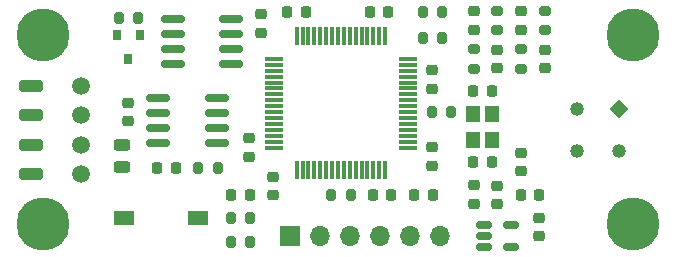
<source format=gbr>
%TF.GenerationSoftware,KiCad,Pcbnew,6.0.6-3a73a75311~116~ubuntu20.04.1*%
%TF.CreationDate,2022-07-05T10:29:56+02:00*%
%TF.ProjectId,Temperature_Tire_Sensor,54656d70-6572-4617-9475-72655f546972,rev?*%
%TF.SameCoordinates,Original*%
%TF.FileFunction,Soldermask,Top*%
%TF.FilePolarity,Negative*%
%FSLAX46Y46*%
G04 Gerber Fmt 4.6, Leading zero omitted, Abs format (unit mm)*
G04 Created by KiCad (PCBNEW 6.0.6-3a73a75311~116~ubuntu20.04.1) date 2022-07-05 10:29:56*
%MOMM*%
%LPD*%
G01*
G04 APERTURE LIST*
G04 Aperture macros list*
%AMRoundRect*
0 Rectangle with rounded corners*
0 $1 Rounding radius*
0 $2 $3 $4 $5 $6 $7 $8 $9 X,Y pos of 4 corners*
0 Add a 4 corners polygon primitive as box body*
4,1,4,$2,$3,$4,$5,$6,$7,$8,$9,$2,$3,0*
0 Add four circle primitives for the rounded corners*
1,1,$1+$1,$2,$3*
1,1,$1+$1,$4,$5*
1,1,$1+$1,$6,$7*
1,1,$1+$1,$8,$9*
0 Add four rect primitives between the rounded corners*
20,1,$1+$1,$2,$3,$4,$5,0*
20,1,$1+$1,$4,$5,$6,$7,0*
20,1,$1+$1,$6,$7,$8,$9,0*
20,1,$1+$1,$8,$9,$2,$3,0*%
%AMRotRect*
0 Rectangle, with rotation*
0 The origin of the aperture is its center*
0 $1 length*
0 $2 width*
0 $3 Rotation angle, in degrees counterclockwise*
0 Add horizontal line*
21,1,$1,$2,0,0,$3*%
G04 Aperture macros list end*
%ADD10RoundRect,0.225000X0.250000X-0.225000X0.250000X0.225000X-0.250000X0.225000X-0.250000X-0.225000X0*%
%ADD11C,1.500000*%
%ADD12RoundRect,0.150000X-0.825000X-0.150000X0.825000X-0.150000X0.825000X0.150000X-0.825000X0.150000X0*%
%ADD13RoundRect,0.225000X0.225000X0.250000X-0.225000X0.250000X-0.225000X-0.250000X0.225000X-0.250000X0*%
%ADD14RoundRect,0.225000X-0.225000X-0.250000X0.225000X-0.250000X0.225000X0.250000X-0.225000X0.250000X0*%
%ADD15RoundRect,0.075000X0.700000X0.075000X-0.700000X0.075000X-0.700000X-0.075000X0.700000X-0.075000X0*%
%ADD16RoundRect,0.075000X0.075000X0.700000X-0.075000X0.700000X-0.075000X-0.700000X0.075000X-0.700000X0*%
%ADD17RoundRect,0.200000X0.200000X0.275000X-0.200000X0.275000X-0.200000X-0.275000X0.200000X-0.275000X0*%
%ADD18RoundRect,0.150000X-0.512500X-0.150000X0.512500X-0.150000X0.512500X0.150000X-0.512500X0.150000X0*%
%ADD19RoundRect,0.225000X-0.250000X0.225000X-0.250000X-0.225000X0.250000X-0.225000X0.250000X0.225000X0*%
%ADD20RoundRect,0.200000X0.275000X-0.200000X0.275000X0.200000X-0.275000X0.200000X-0.275000X-0.200000X0*%
%ADD21C,4.500000*%
%ADD22RoundRect,0.218750X0.256250X-0.218750X0.256250X0.218750X-0.256250X0.218750X-0.256250X-0.218750X0*%
%ADD23R,1.750000X1.200000*%
%ADD24RoundRect,0.218750X-0.256250X0.218750X-0.256250X-0.218750X0.256250X-0.218750X0.256250X0.218750X0*%
%ADD25RoundRect,0.250000X0.750000X-0.250000X0.750000X0.250000X-0.750000X0.250000X-0.750000X-0.250000X0*%
%ADD26RoundRect,0.200000X-0.200000X-0.275000X0.200000X-0.275000X0.200000X0.275000X-0.200000X0.275000X0*%
%ADD27RoundRect,0.150000X0.825000X0.150000X-0.825000X0.150000X-0.825000X-0.150000X0.825000X-0.150000X0*%
%ADD28RoundRect,0.218750X0.218750X0.256250X-0.218750X0.256250X-0.218750X-0.256250X0.218750X-0.256250X0*%
%ADD29RoundRect,0.243750X0.456250X-0.243750X0.456250X0.243750X-0.456250X0.243750X-0.456250X-0.243750X0*%
%ADD30R,0.800000X0.900000*%
%ADD31RotRect,1.192000X1.192000X45.000000*%
%ADD32C,1.192000*%
%ADD33R,1.700000X1.700000*%
%ADD34O,1.700000X1.700000*%
%ADD35R,1.150000X1.400000*%
G04 APERTURE END LIST*
D10*
%TO.C,C13*%
X110250000Y-106275000D03*
X110250000Y-104725000D03*
%TD*%
D11*
%TO.C,REF\u002A\u002A*%
X106250000Y-105750000D03*
%TD*%
D12*
%TO.C,U2*%
X112775000Y-104345000D03*
X112775000Y-105615000D03*
X112775000Y-106885000D03*
X112775000Y-108155000D03*
X117725000Y-108155000D03*
X117725000Y-106885000D03*
X117725000Y-105615000D03*
X117725000Y-104345000D03*
%TD*%
D13*
%TO.C,C1*%
X120525000Y-112522000D03*
X118975000Y-112522000D03*
%TD*%
D14*
%TO.C,C6*%
X130725000Y-97000000D03*
X132275000Y-97000000D03*
%TD*%
D15*
%TO.C,U1*%
X133925000Y-108500000D03*
X133925000Y-108000000D03*
X133925000Y-107500000D03*
X133925000Y-107000000D03*
X133925000Y-106500000D03*
X133925000Y-106000000D03*
X133925000Y-105500000D03*
X133925000Y-105000000D03*
X133925000Y-104500000D03*
X133925000Y-104000000D03*
X133925000Y-103500000D03*
X133925000Y-103000000D03*
X133925000Y-102500000D03*
X133925000Y-102000000D03*
X133925000Y-101500000D03*
X133925000Y-101000000D03*
D16*
X132000000Y-99075000D03*
X131500000Y-99075000D03*
X131000000Y-99075000D03*
X130500000Y-99075000D03*
X130000000Y-99075000D03*
X129500000Y-99075000D03*
X129000000Y-99075000D03*
X128500000Y-99075000D03*
X128000000Y-99075000D03*
X127500000Y-99075000D03*
X127000000Y-99075000D03*
X126500000Y-99075000D03*
X126000000Y-99075000D03*
X125500000Y-99075000D03*
X125000000Y-99075000D03*
X124500000Y-99075000D03*
D15*
X122575000Y-101000000D03*
X122575000Y-101500000D03*
X122575000Y-102000000D03*
X122575000Y-102500000D03*
X122575000Y-103000000D03*
X122575000Y-103500000D03*
X122575000Y-104000000D03*
X122575000Y-104500000D03*
X122575000Y-105000000D03*
X122575000Y-105500000D03*
X122575000Y-106000000D03*
X122575000Y-106500000D03*
X122575000Y-107000000D03*
X122575000Y-107500000D03*
X122575000Y-108000000D03*
X122575000Y-108500000D03*
D16*
X124500000Y-110425000D03*
X125000000Y-110425000D03*
X125500000Y-110425000D03*
X126000000Y-110425000D03*
X126500000Y-110425000D03*
X127000000Y-110425000D03*
X127500000Y-110425000D03*
X128000000Y-110425000D03*
X128500000Y-110425000D03*
X129000000Y-110425000D03*
X129500000Y-110425000D03*
X130000000Y-110425000D03*
X130500000Y-110425000D03*
X131000000Y-110425000D03*
X131500000Y-110425000D03*
X132000000Y-110425000D03*
%TD*%
D17*
%TO.C,R5*%
X136825000Y-99250000D03*
X135175000Y-99250000D03*
%TD*%
D18*
%TO.C,U3*%
X140362500Y-115050000D03*
X140362500Y-116000000D03*
X140362500Y-116950000D03*
X142637500Y-116950000D03*
X142637500Y-115050000D03*
%TD*%
D19*
%TO.C,C3*%
X136000000Y-108475000D03*
X136000000Y-110025000D03*
%TD*%
D20*
%TO.C,R8*%
X139500000Y-101825000D03*
X139500000Y-100175000D03*
%TD*%
D10*
%TO.C,C14*%
X143500000Y-110525000D03*
X143500000Y-108975000D03*
%TD*%
D21*
%TO.C,H2*%
X153000000Y-115000000D03*
%TD*%
D22*
%TO.C,D3*%
X141500000Y-101787500D03*
X141500000Y-100212500D03*
%TD*%
D21*
%TO.C,H3*%
X103000000Y-99000000D03*
%TD*%
D23*
%TO.C,SW1*%
X109875000Y-114500000D03*
X116125000Y-114500000D03*
%TD*%
D13*
%TO.C,C5*%
X141025000Y-109750000D03*
X139475000Y-109750000D03*
%TD*%
D22*
%TO.C,D1*%
X143500000Y-98537500D03*
X143500000Y-96962500D03*
%TD*%
D11*
%TO.C,REF\u002A\u002A*%
X106250000Y-103250000D03*
%TD*%
D24*
%TO.C,FB4*%
X121500000Y-97212500D03*
X121500000Y-98787500D03*
%TD*%
D14*
%TO.C,C7*%
X139475000Y-103750000D03*
X141025000Y-103750000D03*
%TD*%
D25*
%TO.C,J2*%
X102000000Y-110750000D03*
X102000000Y-108250000D03*
X102000000Y-105750000D03*
X102000000Y-103250000D03*
%TD*%
D26*
%TO.C,R12*%
X116175000Y-110250000D03*
X117825000Y-110250000D03*
%TD*%
%TO.C,R7*%
X109425000Y-97500000D03*
X111075000Y-97500000D03*
%TD*%
D13*
%TO.C,C10*%
X132525000Y-112500000D03*
X130975000Y-112500000D03*
%TD*%
D14*
%TO.C,C2*%
X134475000Y-112500000D03*
X136025000Y-112500000D03*
%TD*%
D27*
%TO.C,U4*%
X118975000Y-101405000D03*
X118975000Y-100135000D03*
X118975000Y-98865000D03*
X118975000Y-97595000D03*
X114025000Y-97595000D03*
X114025000Y-98865000D03*
X114025000Y-100135000D03*
X114025000Y-101405000D03*
%TD*%
D17*
%TO.C,R10*%
X120575000Y-116500000D03*
X118925000Y-116500000D03*
%TD*%
D21*
%TO.C,H1*%
X153000000Y-99000000D03*
%TD*%
D11*
%TO.C,REF\u002A\u002A*%
X106250000Y-110750000D03*
%TD*%
D10*
%TO.C,C9*%
X120500000Y-109275000D03*
X120500000Y-107725000D03*
%TD*%
D22*
%TO.C,D4*%
X145500000Y-101787500D03*
X145500000Y-100212500D03*
%TD*%
D17*
%TO.C,R6*%
X136825000Y-97000000D03*
X135175000Y-97000000D03*
%TD*%
D28*
%TO.C,D6*%
X114287500Y-110250000D03*
X112712500Y-110250000D03*
%TD*%
D26*
%TO.C,R3*%
X118925000Y-114500000D03*
X120575000Y-114500000D03*
%TD*%
D17*
%TO.C,R1*%
X129075000Y-112500000D03*
X127425000Y-112500000D03*
%TD*%
D22*
%TO.C,D5*%
X139500000Y-98537500D03*
X139500000Y-96962500D03*
%TD*%
D29*
%TO.C,F1*%
X109750000Y-110187500D03*
X109750000Y-108312500D03*
%TD*%
D11*
%TO.C,REF\u002A\u002A*%
X106250000Y-108250000D03*
%TD*%
D26*
%TO.C,R4*%
X135925000Y-105500000D03*
X137575000Y-105500000D03*
%TD*%
D30*
%TO.C,D2*%
X111200000Y-99000000D03*
X109300000Y-99000000D03*
X110250000Y-101000000D03*
%TD*%
D19*
%TO.C,C12*%
X145000000Y-114475000D03*
X145000000Y-116025000D03*
%TD*%
D31*
%TO.C,IC1*%
X151796051Y-105203949D03*
D32*
X148203949Y-105203949D03*
X148203949Y-108796051D03*
X151796051Y-108796051D03*
%TD*%
D20*
%TO.C,R2*%
X145500000Y-98575000D03*
X145500000Y-96925000D03*
%TD*%
D24*
%TO.C,FB2*%
X139500000Y-111712500D03*
X139500000Y-113287500D03*
%TD*%
D14*
%TO.C,C8*%
X123725000Y-97000000D03*
X125275000Y-97000000D03*
%TD*%
D33*
%TO.C,J1*%
X123900000Y-116000000D03*
D34*
X126440000Y-116000000D03*
X128980000Y-116000000D03*
X131520000Y-116000000D03*
X134060000Y-116000000D03*
X136600000Y-116000000D03*
%TD*%
D19*
%TO.C,C4*%
X136002000Y-101975000D03*
X136002000Y-103525000D03*
%TD*%
D35*
%TO.C,Y1*%
X141050000Y-107850000D03*
X141050000Y-105650000D03*
X139450000Y-105650000D03*
X139450000Y-107850000D03*
%TD*%
D20*
%TO.C,R9*%
X143500000Y-101825000D03*
X143500000Y-100175000D03*
%TD*%
D10*
%TO.C,C11*%
X141500000Y-113275000D03*
X141500000Y-111725000D03*
%TD*%
D22*
%TO.C,FB1*%
X122500000Y-112537500D03*
X122500000Y-110962500D03*
%TD*%
D20*
%TO.C,R11*%
X141500000Y-98575000D03*
X141500000Y-96925000D03*
%TD*%
D28*
%TO.C,FB3*%
X145037500Y-112500000D03*
X143462500Y-112500000D03*
%TD*%
D21*
%TO.C,H4*%
X103000000Y-115000000D03*
%TD*%
M02*

</source>
